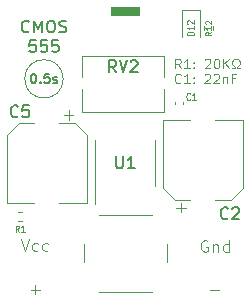
<source format=gbr>
%TF.GenerationSoftware,KiCad,Pcbnew,(5.1.10-1-10_14)*%
%TF.CreationDate,2021-09-09T23:45:50-04:00*%
%TF.ProjectId,breadboard-clock,62726561-6462-46f6-9172-642d636c6f63,rev?*%
%TF.SameCoordinates,Original*%
%TF.FileFunction,Legend,Top*%
%TF.FilePolarity,Positive*%
%FSLAX46Y46*%
G04 Gerber Fmt 4.6, Leading zero omitted, Abs format (unit mm)*
G04 Created by KiCad (PCBNEW (5.1.10-1-10_14)) date 2021-09-09 23:45:50*
%MOMM*%
%LPD*%
G01*
G04 APERTURE LIST*
%ADD10C,0.100000*%
%ADD11C,0.120000*%
%ADD12C,0.150000*%
%ADD13C,0.080000*%
G04 APERTURE END LIST*
D10*
X218059047Y-98877428D02*
X218820952Y-98877428D01*
X202839047Y-98877428D02*
X203600952Y-98877428D01*
X203220000Y-99258380D02*
X203220000Y-98496476D01*
G36*
X211980000Y-75610000D02*
G01*
X209630000Y-75610000D01*
X209630000Y-74980000D01*
X211980000Y-74980000D01*
X211980000Y-75610000D01*
G37*
X211980000Y-75610000D02*
X209630000Y-75610000D01*
X209630000Y-74980000D01*
X211980000Y-74980000D01*
X211980000Y-75610000D01*
X215524761Y-81305714D02*
X215486666Y-81343809D01*
X215372380Y-81381904D01*
X215296190Y-81381904D01*
X215181904Y-81343809D01*
X215105714Y-81267619D01*
X215067619Y-81191428D01*
X215029523Y-81039047D01*
X215029523Y-80924761D01*
X215067619Y-80772380D01*
X215105714Y-80696190D01*
X215181904Y-80620000D01*
X215296190Y-80581904D01*
X215372380Y-80581904D01*
X215486666Y-80620000D01*
X215524761Y-80658095D01*
X216286666Y-81381904D02*
X215829523Y-81381904D01*
X216058095Y-81381904D02*
X216058095Y-80581904D01*
X215981904Y-80696190D01*
X215905714Y-80772380D01*
X215829523Y-80810476D01*
X216629523Y-81305714D02*
X216667619Y-81343809D01*
X216629523Y-81381904D01*
X216591428Y-81343809D01*
X216629523Y-81305714D01*
X216629523Y-81381904D01*
X216629523Y-80886666D02*
X216667619Y-80924761D01*
X216629523Y-80962857D01*
X216591428Y-80924761D01*
X216629523Y-80886666D01*
X216629523Y-80962857D01*
X217581904Y-80658095D02*
X217620000Y-80620000D01*
X217696190Y-80581904D01*
X217886666Y-80581904D01*
X217962857Y-80620000D01*
X218000952Y-80658095D01*
X218039047Y-80734285D01*
X218039047Y-80810476D01*
X218000952Y-80924761D01*
X217543809Y-81381904D01*
X218039047Y-81381904D01*
X218343809Y-80658095D02*
X218381904Y-80620000D01*
X218458095Y-80581904D01*
X218648571Y-80581904D01*
X218724761Y-80620000D01*
X218762857Y-80658095D01*
X218800952Y-80734285D01*
X218800952Y-80810476D01*
X218762857Y-80924761D01*
X218305714Y-81381904D01*
X218800952Y-81381904D01*
X219143809Y-80848571D02*
X219143809Y-81381904D01*
X219143809Y-80924761D02*
X219181904Y-80886666D01*
X219258095Y-80848571D01*
X219372380Y-80848571D01*
X219448571Y-80886666D01*
X219486666Y-80962857D01*
X219486666Y-81381904D01*
X220134285Y-80962857D02*
X219867619Y-80962857D01*
X219867619Y-81381904D02*
X219867619Y-80581904D01*
X220248571Y-80581904D01*
X215544380Y-80135904D02*
X215277714Y-79754952D01*
X215087238Y-80135904D02*
X215087238Y-79335904D01*
X215392000Y-79335904D01*
X215468190Y-79374000D01*
X215506285Y-79412095D01*
X215544380Y-79488285D01*
X215544380Y-79602571D01*
X215506285Y-79678761D01*
X215468190Y-79716857D01*
X215392000Y-79754952D01*
X215087238Y-79754952D01*
X216306285Y-80135904D02*
X215849142Y-80135904D01*
X216077714Y-80135904D02*
X216077714Y-79335904D01*
X216001523Y-79450190D01*
X215925333Y-79526380D01*
X215849142Y-79564476D01*
X216649142Y-80059714D02*
X216687238Y-80097809D01*
X216649142Y-80135904D01*
X216611047Y-80097809D01*
X216649142Y-80059714D01*
X216649142Y-80135904D01*
X216649142Y-79640666D02*
X216687238Y-79678761D01*
X216649142Y-79716857D01*
X216611047Y-79678761D01*
X216649142Y-79640666D01*
X216649142Y-79716857D01*
X217601523Y-79412095D02*
X217639619Y-79374000D01*
X217715809Y-79335904D01*
X217906285Y-79335904D01*
X217982476Y-79374000D01*
X218020571Y-79412095D01*
X218058666Y-79488285D01*
X218058666Y-79564476D01*
X218020571Y-79678761D01*
X217563428Y-80135904D01*
X218058666Y-80135904D01*
X218553904Y-79335904D02*
X218630095Y-79335904D01*
X218706285Y-79374000D01*
X218744380Y-79412095D01*
X218782476Y-79488285D01*
X218820571Y-79640666D01*
X218820571Y-79831142D01*
X218782476Y-79983523D01*
X218744380Y-80059714D01*
X218706285Y-80097809D01*
X218630095Y-80135904D01*
X218553904Y-80135904D01*
X218477714Y-80097809D01*
X218439619Y-80059714D01*
X218401523Y-79983523D01*
X218363428Y-79831142D01*
X218363428Y-79640666D01*
X218401523Y-79488285D01*
X218439619Y-79412095D01*
X218477714Y-79374000D01*
X218553904Y-79335904D01*
X219163428Y-80135904D02*
X219163428Y-79335904D01*
X219620571Y-80135904D02*
X219277714Y-79678761D01*
X219620571Y-79335904D02*
X219163428Y-79793047D01*
X219925333Y-80135904D02*
X220115809Y-80135904D01*
X220115809Y-79983523D01*
X220039619Y-79945428D01*
X219963428Y-79869238D01*
X219925333Y-79754952D01*
X219925333Y-79564476D01*
X219963428Y-79450190D01*
X220039619Y-79374000D01*
X220153904Y-79335904D01*
X220306285Y-79335904D01*
X220420571Y-79374000D01*
X220496761Y-79450190D01*
X220534857Y-79564476D01*
X220534857Y-79754952D01*
X220496761Y-79869238D01*
X220420571Y-79945428D01*
X220344380Y-79983523D01*
X220344380Y-80135904D01*
X220534857Y-80135904D01*
X202029523Y-94592380D02*
X202362857Y-95592380D01*
X202696190Y-94592380D01*
X203458095Y-95544761D02*
X203362857Y-95592380D01*
X203172380Y-95592380D01*
X203077142Y-95544761D01*
X203029523Y-95497142D01*
X202981904Y-95401904D01*
X202981904Y-95116190D01*
X203029523Y-95020952D01*
X203077142Y-94973333D01*
X203172380Y-94925714D01*
X203362857Y-94925714D01*
X203458095Y-94973333D01*
X204315238Y-95544761D02*
X204220000Y-95592380D01*
X204029523Y-95592380D01*
X203934285Y-95544761D01*
X203886666Y-95497142D01*
X203839047Y-95401904D01*
X203839047Y-95116190D01*
X203886666Y-95020952D01*
X203934285Y-94973333D01*
X204029523Y-94925714D01*
X204220000Y-94925714D01*
X204315238Y-94973333D01*
X217807142Y-94730000D02*
X217711904Y-94682380D01*
X217569047Y-94682380D01*
X217426190Y-94730000D01*
X217330952Y-94825238D01*
X217283333Y-94920476D01*
X217235714Y-95110952D01*
X217235714Y-95253809D01*
X217283333Y-95444285D01*
X217330952Y-95539523D01*
X217426190Y-95634761D01*
X217569047Y-95682380D01*
X217664285Y-95682380D01*
X217807142Y-95634761D01*
X217854761Y-95587142D01*
X217854761Y-95253809D01*
X217664285Y-95253809D01*
X218283333Y-95015714D02*
X218283333Y-95682380D01*
X218283333Y-95110952D02*
X218330952Y-95063333D01*
X218426190Y-95015714D01*
X218569047Y-95015714D01*
X218664285Y-95063333D01*
X218711904Y-95158571D01*
X218711904Y-95682380D01*
X219616666Y-95682380D02*
X219616666Y-94682380D01*
X219616666Y-95634761D02*
X219521428Y-95682380D01*
X219330952Y-95682380D01*
X219235714Y-95634761D01*
X219188095Y-95587142D01*
X219140476Y-95491904D01*
X219140476Y-95206190D01*
X219188095Y-95110952D01*
X219235714Y-95063333D01*
X219330952Y-95015714D01*
X219521428Y-95015714D01*
X219616666Y-95063333D01*
D11*
X205588394Y-81026000D02*
G75*
G03*
X205588394Y-81026000I-1626394J0D01*
G01*
D12*
X203028666Y-80587904D02*
X203104857Y-80587904D01*
X203181047Y-80626000D01*
X203219142Y-80664095D01*
X203257238Y-80740285D01*
X203295333Y-80892666D01*
X203295333Y-81083142D01*
X203257238Y-81235523D01*
X203219142Y-81311714D01*
X203181047Y-81349809D01*
X203104857Y-81387904D01*
X203028666Y-81387904D01*
X202952476Y-81349809D01*
X202914380Y-81311714D01*
X202876285Y-81235523D01*
X202838190Y-81083142D01*
X202838190Y-80892666D01*
X202876285Y-80740285D01*
X202914380Y-80664095D01*
X202952476Y-80626000D01*
X203028666Y-80587904D01*
X203638190Y-81311714D02*
X203676285Y-81349809D01*
X203638190Y-81387904D01*
X203600095Y-81349809D01*
X203638190Y-81311714D01*
X203638190Y-81387904D01*
X204400095Y-80587904D02*
X204019142Y-80587904D01*
X203981047Y-80968857D01*
X204019142Y-80930761D01*
X204095333Y-80892666D01*
X204285809Y-80892666D01*
X204362000Y-80930761D01*
X204400095Y-80968857D01*
X204438190Y-81045047D01*
X204438190Y-81235523D01*
X204400095Y-81311714D01*
X204362000Y-81349809D01*
X204285809Y-81387904D01*
X204095333Y-81387904D01*
X204019142Y-81349809D01*
X203981047Y-81311714D01*
X204742952Y-81349809D02*
X204819142Y-81387904D01*
X204971523Y-81387904D01*
X205047714Y-81349809D01*
X205085809Y-81273619D01*
X205085809Y-81235523D01*
X205047714Y-81159333D01*
X204971523Y-81121238D01*
X204857238Y-81121238D01*
X204781047Y-81083142D01*
X204742952Y-81006952D01*
X204742952Y-80968857D01*
X204781047Y-80892666D01*
X204857238Y-80854571D01*
X204971523Y-80854571D01*
X205047714Y-80892666D01*
X202700095Y-77002142D02*
X202652476Y-77049761D01*
X202509619Y-77097380D01*
X202414380Y-77097380D01*
X202271523Y-77049761D01*
X202176285Y-76954523D01*
X202128666Y-76859285D01*
X202081047Y-76668809D01*
X202081047Y-76525952D01*
X202128666Y-76335476D01*
X202176285Y-76240238D01*
X202271523Y-76145000D01*
X202414380Y-76097380D01*
X202509619Y-76097380D01*
X202652476Y-76145000D01*
X202700095Y-76192619D01*
X203128666Y-77097380D02*
X203128666Y-76097380D01*
X203462000Y-76811666D01*
X203795333Y-76097380D01*
X203795333Y-77097380D01*
X204462000Y-76097380D02*
X204652476Y-76097380D01*
X204747714Y-76145000D01*
X204842952Y-76240238D01*
X204890571Y-76430714D01*
X204890571Y-76764047D01*
X204842952Y-76954523D01*
X204747714Y-77049761D01*
X204652476Y-77097380D01*
X204462000Y-77097380D01*
X204366761Y-77049761D01*
X204271523Y-76954523D01*
X204223904Y-76764047D01*
X204223904Y-76430714D01*
X204271523Y-76240238D01*
X204366761Y-76145000D01*
X204462000Y-76097380D01*
X205271523Y-77049761D02*
X205414380Y-77097380D01*
X205652476Y-77097380D01*
X205747714Y-77049761D01*
X205795333Y-77002142D01*
X205842952Y-76906904D01*
X205842952Y-76811666D01*
X205795333Y-76716428D01*
X205747714Y-76668809D01*
X205652476Y-76621190D01*
X205462000Y-76573571D01*
X205366761Y-76525952D01*
X205319142Y-76478333D01*
X205271523Y-76383095D01*
X205271523Y-76287857D01*
X205319142Y-76192619D01*
X205366761Y-76145000D01*
X205462000Y-76097380D01*
X205700095Y-76097380D01*
X205842952Y-76145000D01*
X203247714Y-77747380D02*
X202771523Y-77747380D01*
X202723904Y-78223571D01*
X202771523Y-78175952D01*
X202866761Y-78128333D01*
X203104857Y-78128333D01*
X203200095Y-78175952D01*
X203247714Y-78223571D01*
X203295333Y-78318809D01*
X203295333Y-78556904D01*
X203247714Y-78652142D01*
X203200095Y-78699761D01*
X203104857Y-78747380D01*
X202866761Y-78747380D01*
X202771523Y-78699761D01*
X202723904Y-78652142D01*
X204200095Y-77747380D02*
X203723904Y-77747380D01*
X203676285Y-78223571D01*
X203723904Y-78175952D01*
X203819142Y-78128333D01*
X204057238Y-78128333D01*
X204152476Y-78175952D01*
X204200095Y-78223571D01*
X204247714Y-78318809D01*
X204247714Y-78556904D01*
X204200095Y-78652142D01*
X204152476Y-78699761D01*
X204057238Y-78747380D01*
X203819142Y-78747380D01*
X203723904Y-78699761D01*
X203676285Y-78652142D01*
X205152476Y-77747380D02*
X204676285Y-77747380D01*
X204628666Y-78223571D01*
X204676285Y-78175952D01*
X204771523Y-78128333D01*
X205009619Y-78128333D01*
X205104857Y-78175952D01*
X205152476Y-78223571D01*
X205200095Y-78318809D01*
X205200095Y-78556904D01*
X205152476Y-78652142D01*
X205104857Y-78699761D01*
X205009619Y-78747380D01*
X204771523Y-78747380D01*
X204676285Y-78699761D01*
X204628666Y-78652142D01*
D11*
%TO.C,SW1*%
X213122000Y-92544000D02*
X208622000Y-92544000D01*
X214372000Y-96544000D02*
X214372000Y-95044000D01*
X208622000Y-99044000D02*
X213122000Y-99044000D01*
X207372000Y-95044000D02*
X207372000Y-96544000D01*
%TO.C,RV2*%
X207195000Y-79070000D02*
X214145000Y-79070000D01*
X207195000Y-83810000D02*
X214145000Y-83810000D01*
X207195000Y-79070000D02*
X207195000Y-80856000D01*
X207195000Y-81846000D02*
X207195000Y-83810000D01*
X214145000Y-79070000D02*
X214145000Y-80856000D01*
X214145000Y-81846000D02*
X214145000Y-83810000D01*
%TO.C,U1*%
X213380000Y-88138000D02*
X213380000Y-86188000D01*
X213380000Y-88138000D02*
X213380000Y-90088000D01*
X208260000Y-88138000D02*
X208260000Y-86188000D01*
X208260000Y-88138000D02*
X208260000Y-91588000D01*
%TO.C,R12*%
X218280000Y-76586359D02*
X218280000Y-76893641D01*
X217520000Y-76586359D02*
X217520000Y-76893641D01*
%TO.C,R1*%
X201776359Y-92330000D02*
X202083641Y-92330000D01*
X201776359Y-93090000D02*
X202083641Y-93090000D01*
%TO.C,D12*%
X217143000Y-77508000D02*
X217143000Y-75223000D01*
X217143000Y-75223000D02*
X215673000Y-75223000D01*
X215673000Y-75223000D02*
X215673000Y-77508000D01*
%TO.C,C5*%
X200806000Y-91548000D02*
X203156000Y-91548000D01*
X207626000Y-91548000D02*
X205276000Y-91548000D01*
X207626000Y-85792437D02*
X207626000Y-91548000D01*
X200806000Y-85792437D02*
X200806000Y-91548000D01*
X201870437Y-84728000D02*
X203156000Y-84728000D01*
X206561563Y-84728000D02*
X205276000Y-84728000D01*
X206561563Y-84728000D02*
X207626000Y-85792437D01*
X201870437Y-84728000D02*
X200806000Y-85792437D01*
X206063500Y-83700500D02*
X206063500Y-84488000D01*
X206457250Y-84094250D02*
X205669750Y-84094250D01*
%TO.C,C2*%
X220834000Y-84474000D02*
X218484000Y-84474000D01*
X214014000Y-84474000D02*
X216364000Y-84474000D01*
X214014000Y-90229563D02*
X214014000Y-84474000D01*
X220834000Y-90229563D02*
X220834000Y-84474000D01*
X219769563Y-91294000D02*
X218484000Y-91294000D01*
X215078437Y-91294000D02*
X216364000Y-91294000D01*
X215078437Y-91294000D02*
X214014000Y-90229563D01*
X219769563Y-91294000D02*
X220834000Y-90229563D01*
X215576500Y-92321500D02*
X215576500Y-91534000D01*
X215182750Y-91927750D02*
X215970250Y-91927750D01*
%TO.C,C1*%
X215032000Y-83165836D02*
X215032000Y-82950164D01*
X215752000Y-83165836D02*
X215752000Y-82950164D01*
%TO.C,RV2*%
D12*
X210074761Y-80462380D02*
X209741428Y-79986190D01*
X209503333Y-80462380D02*
X209503333Y-79462380D01*
X209884285Y-79462380D01*
X209979523Y-79510000D01*
X210027142Y-79557619D01*
X210074761Y-79652857D01*
X210074761Y-79795714D01*
X210027142Y-79890952D01*
X209979523Y-79938571D01*
X209884285Y-79986190D01*
X209503333Y-79986190D01*
X210360476Y-79462380D02*
X210693809Y-80462380D01*
X211027142Y-79462380D01*
X211312857Y-79557619D02*
X211360476Y-79510000D01*
X211455714Y-79462380D01*
X211693809Y-79462380D01*
X211789047Y-79510000D01*
X211836666Y-79557619D01*
X211884285Y-79652857D01*
X211884285Y-79748095D01*
X211836666Y-79890952D01*
X211265238Y-80462380D01*
X211884285Y-80462380D01*
%TO.C,U1*%
X210058095Y-87590380D02*
X210058095Y-88399904D01*
X210105714Y-88495142D01*
X210153333Y-88542761D01*
X210248571Y-88590380D01*
X210439047Y-88590380D01*
X210534285Y-88542761D01*
X210581904Y-88495142D01*
X210629523Y-88399904D01*
X210629523Y-87590380D01*
X211629523Y-88590380D02*
X211058095Y-88590380D01*
X211343809Y-88590380D02*
X211343809Y-87590380D01*
X211248571Y-87733238D01*
X211153333Y-87828476D01*
X211058095Y-87876095D01*
%TO.C,R12*%
D13*
X218126190Y-77061428D02*
X217888095Y-77228095D01*
X218126190Y-77347142D02*
X217626190Y-77347142D01*
X217626190Y-77156666D01*
X217650000Y-77109047D01*
X217673809Y-77085238D01*
X217721428Y-77061428D01*
X217792857Y-77061428D01*
X217840476Y-77085238D01*
X217864285Y-77109047D01*
X217888095Y-77156666D01*
X217888095Y-77347142D01*
X218126190Y-76585238D02*
X218126190Y-76870952D01*
X218126190Y-76728095D02*
X217626190Y-76728095D01*
X217697619Y-76775714D01*
X217745238Y-76823333D01*
X217769047Y-76870952D01*
X217673809Y-76394761D02*
X217650000Y-76370952D01*
X217626190Y-76323333D01*
X217626190Y-76204285D01*
X217650000Y-76156666D01*
X217673809Y-76132857D01*
X217721428Y-76109047D01*
X217769047Y-76109047D01*
X217840476Y-76132857D01*
X218126190Y-76418571D01*
X218126190Y-76109047D01*
%TO.C,R1*%
X201846666Y-93952190D02*
X201680000Y-93714095D01*
X201560952Y-93952190D02*
X201560952Y-93452190D01*
X201751428Y-93452190D01*
X201799047Y-93476000D01*
X201822857Y-93499809D01*
X201846666Y-93547428D01*
X201846666Y-93618857D01*
X201822857Y-93666476D01*
X201799047Y-93690285D01*
X201751428Y-93714095D01*
X201560952Y-93714095D01*
X202322857Y-93952190D02*
X202037142Y-93952190D01*
X202180000Y-93952190D02*
X202180000Y-93452190D01*
X202132380Y-93523619D01*
X202084761Y-93571238D01*
X202037142Y-93595047D01*
%TO.C,D12*%
X216679428Y-77315142D02*
X216079428Y-77315142D01*
X216079428Y-77196095D01*
X216108000Y-77124666D01*
X216165142Y-77077047D01*
X216222285Y-77053238D01*
X216336571Y-77029428D01*
X216422285Y-77029428D01*
X216536571Y-77053238D01*
X216593714Y-77077047D01*
X216650857Y-77124666D01*
X216679428Y-77196095D01*
X216679428Y-77315142D01*
X216679428Y-76553238D02*
X216679428Y-76838952D01*
X216679428Y-76696095D02*
X216079428Y-76696095D01*
X216165142Y-76743714D01*
X216222285Y-76791333D01*
X216250857Y-76838952D01*
X216136571Y-76362761D02*
X216108000Y-76338952D01*
X216079428Y-76291333D01*
X216079428Y-76172285D01*
X216108000Y-76124666D01*
X216136571Y-76100857D01*
X216193714Y-76077047D01*
X216250857Y-76077047D01*
X216336571Y-76100857D01*
X216679428Y-76386571D01*
X216679428Y-76077047D01*
%TO.C,C5*%
D12*
X201763333Y-84177142D02*
X201715714Y-84224761D01*
X201572857Y-84272380D01*
X201477619Y-84272380D01*
X201334761Y-84224761D01*
X201239523Y-84129523D01*
X201191904Y-84034285D01*
X201144285Y-83843809D01*
X201144285Y-83700952D01*
X201191904Y-83510476D01*
X201239523Y-83415238D01*
X201334761Y-83320000D01*
X201477619Y-83272380D01*
X201572857Y-83272380D01*
X201715714Y-83320000D01*
X201763333Y-83367619D01*
X202668095Y-83272380D02*
X202191904Y-83272380D01*
X202144285Y-83748571D01*
X202191904Y-83700952D01*
X202287142Y-83653333D01*
X202525238Y-83653333D01*
X202620476Y-83700952D01*
X202668095Y-83748571D01*
X202715714Y-83843809D01*
X202715714Y-84081904D01*
X202668095Y-84177142D01*
X202620476Y-84224761D01*
X202525238Y-84272380D01*
X202287142Y-84272380D01*
X202191904Y-84224761D01*
X202144285Y-84177142D01*
%TO.C,C2*%
X219543333Y-92813142D02*
X219495714Y-92860761D01*
X219352857Y-92908380D01*
X219257619Y-92908380D01*
X219114761Y-92860761D01*
X219019523Y-92765523D01*
X218971904Y-92670285D01*
X218924285Y-92479809D01*
X218924285Y-92336952D01*
X218971904Y-92146476D01*
X219019523Y-92051238D01*
X219114761Y-91956000D01*
X219257619Y-91908380D01*
X219352857Y-91908380D01*
X219495714Y-91956000D01*
X219543333Y-92003619D01*
X219924285Y-92003619D02*
X219971904Y-91956000D01*
X220067142Y-91908380D01*
X220305238Y-91908380D01*
X220400476Y-91956000D01*
X220448095Y-92003619D01*
X220495714Y-92098857D01*
X220495714Y-92194095D01*
X220448095Y-92336952D01*
X219876666Y-92908380D01*
X220495714Y-92908380D01*
%TO.C,C1*%
D13*
X216324666Y-82764285D02*
X216300857Y-82792857D01*
X216229428Y-82821428D01*
X216181809Y-82821428D01*
X216110380Y-82792857D01*
X216062761Y-82735714D01*
X216038952Y-82678571D01*
X216015142Y-82564285D01*
X216015142Y-82478571D01*
X216038952Y-82364285D01*
X216062761Y-82307142D01*
X216110380Y-82250000D01*
X216181809Y-82221428D01*
X216229428Y-82221428D01*
X216300857Y-82250000D01*
X216324666Y-82278571D01*
X216800857Y-82821428D02*
X216515142Y-82821428D01*
X216658000Y-82821428D02*
X216658000Y-82221428D01*
X216610380Y-82307142D01*
X216562761Y-82364285D01*
X216515142Y-82392857D01*
%TD*%
M02*

</source>
